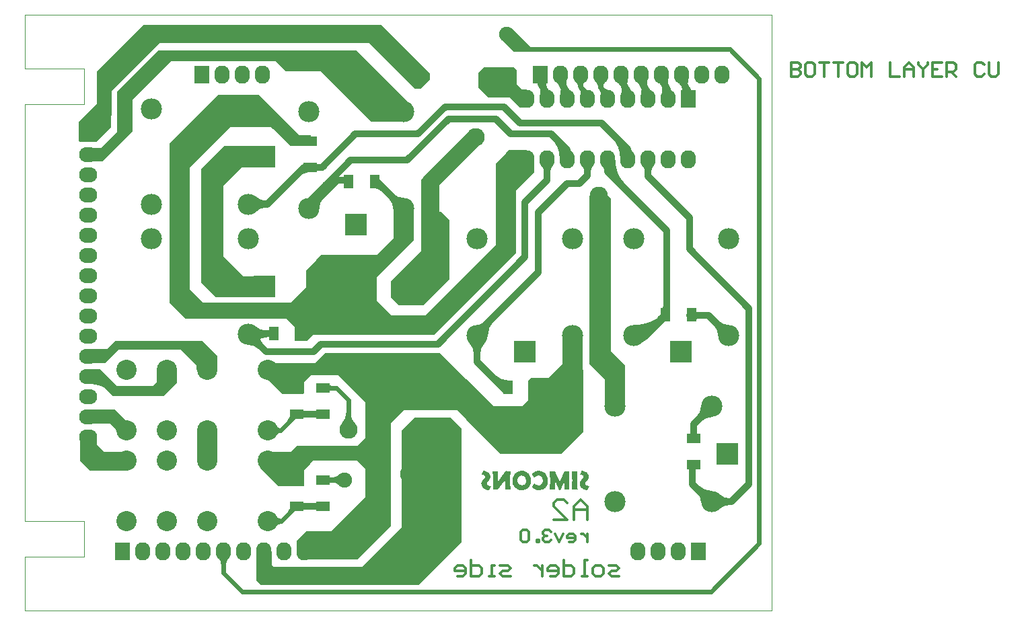
<source format=gbl>
%FSLAX25Y25*%
%MOIN*%
G70*
G01*
G75*
G04 Layer_Physical_Order=2*
G04 Layer_Color=16711680*
%ADD10C,0.03200*%
%ADD11C,0.02400*%
%ADD12R,0.06693X0.06693*%
%ADD13R,0.06693X0.06693*%
%ADD14C,0.00400*%
%ADD15C,0.01200*%
%ADD16R,0.07500X0.09000*%
%ADD17O,0.07500X0.09000*%
%ADD18O,0.07500X0.09000*%
%ADD19R,0.07500X0.09000*%
%ADD20O,0.09000X0.07500*%
%ADD21R,0.09000X0.07500*%
%ADD22R,0.10500X0.10500*%
%ADD23C,0.10500*%
%ADD24R,0.10500X0.10500*%
%ADD25C,0.10000*%
%ADD26C,0.09000*%
%ADD27C,0.07500*%
%ADD28C,0.06000*%
%ADD29C,0.04000*%
%ADD30R,0.06693X0.05118*%
%ADD31R,0.05118X0.06693*%
%ADD32C,0.01400*%
G36*
X610000Y484000D02*
Y478000D01*
Y427500D01*
X603500Y421000D01*
X589000Y406500D01*
X510500D01*
X510000Y407000D01*
X508500Y408500D01*
Y423000D01*
X516000D01*
Y416500D01*
X517000Y415500D01*
X561000D01*
X580500Y435000D01*
Y469500D01*
Y483000D01*
X585500Y488000D01*
X587000Y489500D01*
X604500D01*
X610000Y484000D01*
D02*
G37*
G36*
X667456Y462806D02*
X667500Y462762D01*
X667515Y462718D01*
Y462689D01*
Y462557D01*
Y462396D01*
X667500Y462074D01*
Y461723D01*
X667485Y461386D01*
Y461079D01*
Y460947D01*
X667471Y460830D01*
Y460727D01*
Y460654D01*
Y460610D01*
Y460595D01*
X667456Y460347D01*
Y460112D01*
Y459893D01*
X667442Y459688D01*
Y459497D01*
Y459322D01*
Y459161D01*
X667427Y459029D01*
Y458912D01*
Y458795D01*
Y458707D01*
Y458634D01*
Y458575D01*
Y458531D01*
Y458517D01*
Y458502D01*
Y458326D01*
Y458121D01*
X667442Y457872D01*
Y457609D01*
X667456Y457331D01*
Y457038D01*
X667485Y456467D01*
X667500Y456174D01*
Y455911D01*
X667515Y455676D01*
X667529Y455457D01*
Y455281D01*
X667544Y455149D01*
Y455061D01*
Y455047D01*
Y455032D01*
X667559Y454813D01*
Y454622D01*
X667573Y454461D01*
Y454329D01*
X667588Y454212D01*
Y454125D01*
Y454051D01*
Y453993D01*
X667603Y453920D01*
Y453890D01*
X667588Y453832D01*
X667573Y453788D01*
X667515Y453729D01*
X667456Y453715D01*
X667427Y453700D01*
X667368Y453685D01*
X667295D01*
X667119Y453671D01*
X666929Y453656D01*
X666724D01*
X666519Y453641D01*
X665963D01*
X665743Y453656D01*
X665553D01*
X665377Y453671D01*
X665260Y453685D01*
X665158D01*
X665099Y453700D01*
X664982D01*
X664938Y453715D01*
X664909D01*
X664880Y453759D01*
X664850Y453802D01*
Y453861D01*
Y453876D01*
Y454037D01*
Y454198D01*
Y454564D01*
X664865Y454944D01*
Y455325D01*
X664880Y455501D01*
Y455662D01*
Y455808D01*
Y455940D01*
X664894Y456042D01*
Y456116D01*
Y456174D01*
Y456189D01*
Y456467D01*
X664909Y456731D01*
Y456979D01*
Y457199D01*
Y457419D01*
Y457609D01*
X664923Y457770D01*
Y457931D01*
Y458063D01*
Y458180D01*
Y458282D01*
Y458356D01*
Y458429D01*
Y458473D01*
Y458487D01*
Y458502D01*
Y458648D01*
Y458795D01*
X664909Y459131D01*
X664894Y459468D01*
X664880Y459820D01*
Y460112D01*
X664865Y460259D01*
Y460361D01*
X664850Y460464D01*
Y460537D01*
Y460581D01*
Y460595D01*
X664836Y460844D01*
X664821Y461093D01*
Y461313D01*
X664806Y461518D01*
Y461708D01*
X664792Y461869D01*
Y462030D01*
Y462177D01*
X664777Y462294D01*
Y462396D01*
Y462484D01*
Y462557D01*
Y462616D01*
Y462660D01*
Y462674D01*
Y462689D01*
X664792Y462733D01*
X664806Y462777D01*
X664865Y462821D01*
X664938Y462835D01*
X665348D01*
X665436Y462821D01*
X665699D01*
X665831Y462806D01*
X666329D01*
X666534Y462821D01*
X666915D01*
X667032Y462835D01*
X667368D01*
X667456Y462806D01*
D02*
G37*
G36*
X429500Y476000D02*
X433000Y472500D01*
X444000D01*
Y463000D01*
X426000D01*
X423500Y465500D01*
X421000Y468000D01*
Y479500D01*
Y480000D01*
X429500D01*
Y476000D01*
D02*
G37*
G36*
X446500Y485500D02*
X443000Y482000D01*
X440000D01*
Y482500D01*
X438500Y484000D01*
X436000Y486500D01*
X425000D01*
Y493500D01*
X438500D01*
X446500Y485500D01*
D02*
G37*
G36*
X489000Y482500D02*
Y467500D01*
X481000D01*
X480000Y466500D01*
X479000Y467500D01*
Y483000D01*
X488500D01*
X489000Y482500D01*
D02*
G37*
G36*
X632232Y462967D02*
X632408Y462953D01*
X632481Y462938D01*
X632540D01*
X632584Y462923D01*
X632598D01*
X632730Y462894D01*
X632833Y462879D01*
X632920Y462865D01*
X632994Y462850D01*
X633052D01*
X633081Y462835D01*
X633111D01*
X633301Y462821D01*
X633477Y462806D01*
X633638D01*
X633770Y462791D01*
X634121D01*
X634179Y462762D01*
X634223Y462747D01*
X634253Y462718D01*
X634282Y462674D01*
Y462645D01*
Y462499D01*
Y462338D01*
X634267Y461986D01*
Y461606D01*
X634253Y461240D01*
Y461079D01*
X634238Y460918D01*
Y460771D01*
Y460654D01*
X634223Y460552D01*
Y460478D01*
Y460420D01*
Y460405D01*
X634209Y460127D01*
Y459878D01*
X634194Y459644D01*
Y459424D01*
X634179Y459219D01*
Y459029D01*
Y458868D01*
X634165Y458721D01*
Y458590D01*
Y458473D01*
Y458370D01*
Y458297D01*
Y458238D01*
Y458180D01*
Y458165D01*
Y458151D01*
Y458004D01*
Y457858D01*
X634179Y457521D01*
X634194Y457170D01*
Y456818D01*
X634209Y456511D01*
X634223Y456364D01*
Y456247D01*
X634238Y456145D01*
Y456072D01*
Y456028D01*
Y456013D01*
X634253Y455750D01*
Y455515D01*
X634267Y455296D01*
Y455076D01*
X634282Y454886D01*
Y454725D01*
Y454564D01*
Y454417D01*
X634297Y454300D01*
Y454183D01*
Y454095D01*
Y454022D01*
Y453964D01*
Y453920D01*
Y453905D01*
Y453890D01*
X634282Y453832D01*
X634267Y453788D01*
X634209Y453729D01*
X634150Y453700D01*
X631866D01*
X631808Y453715D01*
X631749Y453729D01*
X631705Y453817D01*
X631676Y453890D01*
Y453905D01*
Y453920D01*
Y454066D01*
Y454242D01*
Y454593D01*
X631691Y454974D01*
Y455340D01*
X631705Y455515D01*
Y455676D01*
Y455823D01*
Y455940D01*
X631720Y456042D01*
Y456130D01*
Y456174D01*
Y456189D01*
Y456467D01*
X631735Y456716D01*
Y456965D01*
X631749Y457184D01*
Y457389D01*
Y457565D01*
Y457741D01*
X631764Y457887D01*
Y458019D01*
Y458136D01*
Y458238D01*
Y458312D01*
Y458385D01*
Y458429D01*
Y458443D01*
Y458458D01*
X631749Y458531D01*
X631735Y458575D01*
X631720Y458590D01*
Y458604D01*
X631676Y458575D01*
X631647Y458546D01*
X631617Y458531D01*
X631295Y458121D01*
X631017Y457755D01*
X630783Y457448D01*
X630578Y457199D01*
X630432Y456994D01*
X630329Y456862D01*
X630256Y456774D01*
X630241Y456745D01*
X629949Y456350D01*
X629685Y455999D01*
X629436Y455676D01*
X629216Y455384D01*
X629026Y455120D01*
X628851Y454901D01*
X628704Y454696D01*
X628572Y454520D01*
X628455Y454373D01*
X628367Y454242D01*
X628294Y454154D01*
X628236Y454066D01*
X628192Y454007D01*
X628162Y453964D01*
X628133Y453949D01*
Y453934D01*
X628075Y453861D01*
X628016Y453817D01*
X627928Y453759D01*
X627870Y453729D01*
X627694D01*
X627533Y453715D01*
X627460D01*
X627401Y453700D01*
X627225D01*
X627123Y453685D01*
X626684D01*
X626537Y453700D01*
X625879D01*
X625820Y453715D01*
X625761Y453729D01*
X625717Y453788D01*
X625688Y453846D01*
Y453876D01*
Y458165D01*
Y458312D01*
Y458473D01*
X625674Y458824D01*
Y459205D01*
X625659Y459571D01*
Y459732D01*
X625644Y459893D01*
Y460039D01*
Y460156D01*
X625630Y460259D01*
Y460347D01*
Y460391D01*
Y460405D01*
X625615Y460683D01*
Y460932D01*
X625600Y461166D01*
Y461386D01*
X625586Y461591D01*
Y461767D01*
Y461942D01*
X625571Y462089D01*
Y462220D01*
Y462338D01*
Y462425D01*
Y462499D01*
Y462572D01*
Y462616D01*
Y462630D01*
Y462645D01*
Y462718D01*
X625586Y462762D01*
X625630Y462821D01*
X625688Y462850D01*
X626040D01*
X626245Y462835D01*
X626611D01*
X626742Y462821D01*
X626874D01*
X627152Y462806D01*
X627591D01*
X627752Y462791D01*
X628045D01*
X628089Y462777D01*
X628119Y462747D01*
X628162Y462674D01*
X628177Y462586D01*
Y462557D01*
Y462543D01*
Y462411D01*
Y462250D01*
X628162Y461928D01*
X628148Y461591D01*
X628133Y461254D01*
Y460947D01*
X628119Y460815D01*
Y460698D01*
X628104Y460610D01*
Y460537D01*
Y460493D01*
Y460478D01*
X628089Y460229D01*
X628075Y459995D01*
Y459776D01*
X628060Y459571D01*
Y459395D01*
X628045Y459219D01*
Y459073D01*
Y458926D01*
X628031Y458809D01*
Y458707D01*
Y458619D01*
Y458546D01*
Y458487D01*
Y458443D01*
Y458429D01*
Y458414D01*
Y458253D01*
X628045Y458121D01*
X628060Y458033D01*
X628075Y457975D01*
X628089Y457946D01*
X628104Y457931D01*
X628119Y457916D01*
X628162Y457931D01*
X628206Y457946D01*
X628294Y458019D01*
X628367Y458077D01*
X628382Y458092D01*
X628397Y458107D01*
X628631Y458414D01*
X628836Y458678D01*
X629011Y458912D01*
X629143Y459102D01*
X629260Y459234D01*
X629334Y459336D01*
X629378Y459410D01*
X629392Y459424D01*
X631837Y462747D01*
X631896Y462821D01*
X631940Y462879D01*
X631983Y462923D01*
X632013Y462953D01*
X632057Y462982D01*
X632071D01*
X632232Y462967D01*
D02*
G37*
G36*
X669784Y463099D02*
X669799D01*
X670267Y463011D01*
X670692Y462879D01*
X671072Y462747D01*
X671233Y462674D01*
X671394Y462601D01*
X671526Y462528D01*
X671658Y462469D01*
X671760Y462411D01*
X671848Y462352D01*
X671921Y462308D01*
X671965Y462279D01*
X671995Y462264D01*
X672009Y462250D01*
X672199Y462103D01*
X672375Y461942D01*
X672522Y461781D01*
X672639Y461606D01*
X672756Y461445D01*
X672844Y461283D01*
X672917Y461123D01*
X672975Y460961D01*
X673049Y460698D01*
X673078Y460566D01*
X673093Y460478D01*
Y460391D01*
X673107Y460332D01*
Y460288D01*
Y460273D01*
X673093Y459981D01*
X673034Y459688D01*
X672961Y459439D01*
X672888Y459219D01*
X672800Y459044D01*
X672741Y458897D01*
X672683Y458809D01*
X672668Y458795D01*
Y458780D01*
X672653Y458751D01*
X672609Y458707D01*
X672507Y458575D01*
X672375Y458414D01*
X672229Y458238D01*
X672082Y458077D01*
X671951Y457931D01*
X671907Y457872D01*
X671863Y457829D01*
X671848Y457799D01*
X671834Y457785D01*
X671687Y457594D01*
X671570Y457419D01*
X671497Y457258D01*
X671438Y457126D01*
X671409Y457009D01*
X671380Y456921D01*
Y456862D01*
Y456848D01*
Y456731D01*
X671409Y456613D01*
X671482Y456408D01*
X671599Y456247D01*
X671716Y456101D01*
X671848Y455999D01*
X671965Y455911D01*
X672039Y455867D01*
X672053Y455852D01*
X672068D01*
X672126Y455823D01*
X672199Y455794D01*
X672390Y455720D01*
X672595Y455662D01*
X672800Y455603D01*
X672990Y455559D01*
X673151Y455515D01*
X673224Y455501D01*
X673268D01*
X673298Y455486D01*
X673312D01*
X673356Y455457D01*
X673385Y455428D01*
X673400Y455413D01*
Y455398D01*
Y455354D01*
X673371Y455296D01*
X673312Y455135D01*
X673239Y454959D01*
X673137Y454754D01*
X673049Y454578D01*
X672961Y454417D01*
X672931Y454359D01*
X672902Y454315D01*
X672888Y454286D01*
Y454271D01*
X672800Y454110D01*
X672712Y453978D01*
X672639Y453846D01*
X672566Y453744D01*
X672507Y453656D01*
X672448Y453583D01*
X672361Y453480D01*
X672302Y453407D01*
X672258Y453378D01*
X672229Y453363D01*
X672170Y453378D01*
X672141D01*
X671629Y453495D01*
X671175Y453641D01*
X670970Y453729D01*
X670779Y453817D01*
X670589Y453905D01*
X670428Y453993D01*
X670282Y454066D01*
X670150Y454154D01*
X670033Y454227D01*
X669945Y454286D01*
X669872Y454344D01*
X669813Y454388D01*
X669784Y454403D01*
X669769Y454417D01*
X669564Y454593D01*
X669403Y454783D01*
X669242Y454974D01*
X669110Y455179D01*
X669008Y455369D01*
X668920Y455559D01*
X668847Y455735D01*
X668788Y455911D01*
X668730Y456072D01*
X668701Y456218D01*
X668671Y456350D01*
X668657Y456467D01*
X668642Y456555D01*
Y456628D01*
Y456672D01*
Y456687D01*
X668657Y456950D01*
X668715Y457214D01*
X668788Y457463D01*
X668876Y457667D01*
X668964Y457858D01*
X669037Y458004D01*
X669067Y458048D01*
X669096Y458092D01*
X669110Y458107D01*
Y458121D01*
X669125Y458136D01*
X669154Y458180D01*
X669213Y458238D01*
X669257Y458312D01*
X669403Y458487D01*
X669564Y458678D01*
X669711Y458868D01*
X669842Y459044D01*
X669901Y459102D01*
X669945Y459161D01*
X669960Y459190D01*
X669974Y459205D01*
X670135Y459410D01*
X670238Y459600D01*
X670326Y459776D01*
X670384Y459922D01*
X670413Y460024D01*
X670428Y460112D01*
X670443Y460171D01*
Y460185D01*
X670428Y460347D01*
X670384Y460478D01*
X670311Y460610D01*
X670238Y460698D01*
X670165Y460771D01*
X670091Y460830D01*
X670047Y460859D01*
X670033Y460874D01*
X669901Y460947D01*
X669755Y461005D01*
X669608Y461035D01*
X669477Y461064D01*
X669374Y461079D01*
X669272Y461093D01*
X669081D01*
X669037Y461079D01*
X669023D01*
X668935Y461064D01*
X668847D01*
X668774Y461079D01*
X668730Y461123D01*
X668715Y461152D01*
Y461166D01*
X668730Y461210D01*
X668745Y461240D01*
X668847Y461459D01*
X668949Y461664D01*
X669037Y461855D01*
X669125Y462030D01*
X669198Y462177D01*
X669257Y462323D01*
X669315Y462455D01*
X669359Y462557D01*
X669433Y462733D01*
X669491Y462865D01*
X669506Y462923D01*
X669520Y462953D01*
X669550Y463011D01*
X669564Y463040D01*
X669623Y463099D01*
X669667Y463113D01*
X669755D01*
X669784Y463099D01*
D02*
G37*
G36*
X621047D02*
X621062D01*
X621530Y463011D01*
X621955Y462879D01*
X622336Y462747D01*
X622497Y462674D01*
X622658Y462601D01*
X622789Y462528D01*
X622921Y462469D01*
X623024Y462411D01*
X623112Y462352D01*
X623185Y462308D01*
X623229Y462279D01*
X623258Y462264D01*
X623273Y462250D01*
X623463Y462103D01*
X623639Y461942D01*
X623785Y461781D01*
X623902Y461606D01*
X624019Y461445D01*
X624107Y461283D01*
X624180Y461123D01*
X624239Y460961D01*
X624312Y460698D01*
X624341Y460566D01*
X624356Y460478D01*
Y460391D01*
X624371Y460332D01*
Y460288D01*
Y460273D01*
X624356Y459981D01*
X624297Y459688D01*
X624224Y459439D01*
X624151Y459219D01*
X624063Y459044D01*
X624005Y458897D01*
X623946Y458809D01*
X623931Y458795D01*
Y458780D01*
X623917Y458751D01*
X623873Y458707D01*
X623770Y458575D01*
X623639Y458414D01*
X623492Y458238D01*
X623346Y458077D01*
X623214Y457931D01*
X623170Y457872D01*
X623126Y457829D01*
X623112Y457799D01*
X623097Y457785D01*
X622951Y457594D01*
X622833Y457419D01*
X622760Y457258D01*
X622702Y457126D01*
X622672Y457009D01*
X622643Y456921D01*
Y456862D01*
Y456848D01*
Y456731D01*
X622672Y456613D01*
X622746Y456408D01*
X622863Y456247D01*
X622980Y456101D01*
X623112Y455999D01*
X623229Y455911D01*
X623302Y455867D01*
X623317Y455852D01*
X623331D01*
X623390Y455823D01*
X623463Y455794D01*
X623653Y455720D01*
X623858Y455662D01*
X624063Y455603D01*
X624254Y455559D01*
X624415Y455515D01*
X624488Y455501D01*
X624532D01*
X624561Y455486D01*
X624576D01*
X624619Y455457D01*
X624649Y455428D01*
X624663Y455413D01*
Y455398D01*
Y455354D01*
X624634Y455296D01*
X624576Y455135D01*
X624502Y454959D01*
X624400Y454754D01*
X624312Y454578D01*
X624224Y454417D01*
X624195Y454359D01*
X624166Y454315D01*
X624151Y454286D01*
Y454271D01*
X624063Y454110D01*
X623975Y453978D01*
X623902Y453846D01*
X623829Y453744D01*
X623770Y453656D01*
X623712Y453583D01*
X623624Y453480D01*
X623565Y453407D01*
X623522Y453378D01*
X623492Y453363D01*
X623434Y453378D01*
X623404D01*
X622892Y453495D01*
X622438Y453641D01*
X622233Y453729D01*
X622043Y453817D01*
X621853Y453905D01*
X621692Y453993D01*
X621545Y454066D01*
X621413Y454154D01*
X621296Y454227D01*
X621208Y454286D01*
X621135Y454344D01*
X621077Y454388D01*
X621047Y454403D01*
X621033Y454417D01*
X620828Y454593D01*
X620667Y454783D01*
X620506Y454974D01*
X620374Y455179D01*
X620271Y455369D01*
X620184Y455559D01*
X620110Y455735D01*
X620052Y455911D01*
X619993Y456072D01*
X619964Y456218D01*
X619935Y456350D01*
X619920Y456467D01*
X619905Y456555D01*
Y456628D01*
Y456672D01*
Y456687D01*
X619920Y456950D01*
X619979Y457214D01*
X620052Y457463D01*
X620140Y457667D01*
X620227Y457858D01*
X620301Y458004D01*
X620330Y458048D01*
X620359Y458092D01*
X620374Y458107D01*
Y458121D01*
X620389Y458136D01*
X620418Y458180D01*
X620476Y458238D01*
X620520Y458312D01*
X620667Y458487D01*
X620828Y458678D01*
X620974Y458868D01*
X621106Y459044D01*
X621165Y459102D01*
X621208Y459161D01*
X621223Y459190D01*
X621238Y459205D01*
X621399Y459410D01*
X621501Y459600D01*
X621589Y459776D01*
X621648Y459922D01*
X621677Y460024D01*
X621692Y460112D01*
X621706Y460171D01*
Y460185D01*
X621692Y460347D01*
X621648Y460478D01*
X621574Y460610D01*
X621501Y460698D01*
X621428Y460771D01*
X621355Y460830D01*
X621311Y460859D01*
X621296Y460874D01*
X621165Y460947D01*
X621018Y461005D01*
X620872Y461035D01*
X620740Y461064D01*
X620637Y461079D01*
X620535Y461093D01*
X620345D01*
X620301Y461079D01*
X620286D01*
X620198Y461064D01*
X620110D01*
X620037Y461079D01*
X619993Y461123D01*
X619979Y461152D01*
Y461166D01*
X619993Y461210D01*
X620008Y461240D01*
X620110Y461459D01*
X620213Y461664D01*
X620301Y461855D01*
X620389Y462030D01*
X620462Y462177D01*
X620520Y462323D01*
X620579Y462455D01*
X620623Y462557D01*
X620696Y462733D01*
X620755Y462865D01*
X620769Y462923D01*
X620784Y462953D01*
X620813Y463011D01*
X620828Y463040D01*
X620886Y463099D01*
X620930Y463113D01*
X621018D01*
X621047Y463099D01*
D02*
G37*
G36*
X640284Y463070D02*
X640636Y463026D01*
X640972Y462953D01*
X641294Y462865D01*
X641587Y462762D01*
X641865Y462630D01*
X642114Y462513D01*
X642349Y462382D01*
X642554Y462235D01*
X642729Y462118D01*
X642890Y462001D01*
X643022Y461884D01*
X643124Y461796D01*
X643198Y461723D01*
X643242Y461679D01*
X643256Y461664D01*
X643491Y461401D01*
X643681Y461123D01*
X643856Y460844D01*
X644003Y460552D01*
X644135Y460259D01*
X644237Y459981D01*
X644325Y459702D01*
X644398Y459439D01*
X644457Y459190D01*
X644486Y458970D01*
X644515Y458765D01*
X644545Y458590D01*
Y458443D01*
X644559Y458341D01*
Y458282D01*
Y458253D01*
X644545Y457887D01*
X644501Y457521D01*
X644442Y457184D01*
X644354Y456877D01*
X644252Y456569D01*
X644149Y456291D01*
X644032Y456042D01*
X643900Y455808D01*
X643783Y455589D01*
X643666Y455413D01*
X643564Y455252D01*
X643461Y455120D01*
X643373Y455018D01*
X643315Y454930D01*
X643271Y454886D01*
X643256Y454871D01*
X643007Y454622D01*
X642729Y454403D01*
X642466Y454227D01*
X642173Y454066D01*
X641895Y453920D01*
X641617Y453802D01*
X641353Y453715D01*
X641089Y453641D01*
X640855Y453583D01*
X640621Y453539D01*
X640431Y453510D01*
X640255Y453495D01*
X640109Y453480D01*
X640006Y453466D01*
X639918D01*
X639552Y453480D01*
X639201Y453524D01*
X638864Y453597D01*
X638542Y453685D01*
X638249Y453788D01*
X637971Y453905D01*
X637722Y454037D01*
X637488Y454169D01*
X637283Y454286D01*
X637093Y454417D01*
X636932Y454534D01*
X636800Y454637D01*
X636697Y454725D01*
X636624Y454798D01*
X636580Y454842D01*
X636566Y454857D01*
X636332Y455120D01*
X636141Y455398D01*
X635965Y455676D01*
X635819Y455969D01*
X635687Y456247D01*
X635585Y456540D01*
X635497Y456804D01*
X635424Y457067D01*
X635365Y457316D01*
X635336Y457536D01*
X635307Y457741D01*
X635277Y457916D01*
Y458063D01*
X635263Y458165D01*
Y458224D01*
Y458253D01*
X635277Y458619D01*
X635321Y458985D01*
X635380Y459322D01*
X635468Y459644D01*
X635570Y459937D01*
X635673Y460215D01*
X635805Y460478D01*
X635922Y460713D01*
X636039Y460932D01*
X636156Y461123D01*
X636273Y461283D01*
X636375Y461415D01*
X636463Y461518D01*
X636522Y461606D01*
X636566Y461650D01*
X636580Y461664D01*
X636844Y461913D01*
X637107Y462133D01*
X637386Y462323D01*
X637664Y462484D01*
X637942Y462630D01*
X638220Y462733D01*
X638484Y462835D01*
X638747Y462909D01*
X638996Y462967D01*
X639216Y463011D01*
X639406Y463040D01*
X639582Y463070D01*
X639728D01*
X639830Y463084D01*
X639918D01*
X640284Y463070D01*
D02*
G37*
G36*
X648834Y463040D02*
X649185Y462996D01*
X649493Y462923D01*
X649800Y462835D01*
X650078Y462718D01*
X650342Y462601D01*
X650591Y462469D01*
X650810Y462338D01*
X651001Y462191D01*
X651177Y462059D01*
X651323Y461942D01*
X651455Y461840D01*
X651543Y461737D01*
X651616Y461664D01*
X651660Y461620D01*
X651674Y461606D01*
X651879Y461342D01*
X652070Y461064D01*
X652231Y460786D01*
X652362Y460493D01*
X652479Y460215D01*
X652582Y459937D01*
X652655Y459658D01*
X652728Y459395D01*
X652772Y459161D01*
X652816Y458941D01*
X652831Y458736D01*
X652860Y458575D01*
Y458429D01*
X652875Y458326D01*
Y458268D01*
Y458238D01*
X652860Y457858D01*
X652816Y457506D01*
X652758Y457170D01*
X652684Y456848D01*
X652597Y456540D01*
X652494Y456262D01*
X652377Y456013D01*
X652260Y455779D01*
X652157Y455559D01*
X652040Y455384D01*
X651938Y455223D01*
X651850Y455091D01*
X651777Y454974D01*
X651718Y454901D01*
X651674Y454857D01*
X651660Y454842D01*
X651411Y454593D01*
X651147Y454388D01*
X650884Y454198D01*
X650605Y454051D01*
X650327Y453920D01*
X650064Y453802D01*
X649786Y453715D01*
X649537Y453641D01*
X649288Y453583D01*
X649068Y453539D01*
X648878Y453510D01*
X648702Y453495D01*
X648556Y453480D01*
X648453Y453466D01*
X648366D01*
X648000Y453480D01*
X647663Y453524D01*
X647341Y453597D01*
X647033Y453685D01*
X646755Y453802D01*
X646492Y453920D01*
X646257Y454037D01*
X646038Y454183D01*
X645848Y454315D01*
X645672Y454432D01*
X645525Y454564D01*
X645408Y454666D01*
X645306Y454754D01*
X645247Y454827D01*
X645203Y454871D01*
X645189Y454886D01*
X645101Y455003D01*
X645057Y455091D01*
X645042Y455149D01*
Y455164D01*
Y455179D01*
X645057Y455223D01*
X645116Y455325D01*
X645189Y455442D01*
X645277Y455589D01*
X645379Y455720D01*
X645452Y455837D01*
X645511Y455925D01*
X645525Y455940D01*
Y455955D01*
X645686Y456189D01*
X645818Y456379D01*
X645906Y456526D01*
X645979Y456628D01*
X646038Y456701D01*
X646067Y456745D01*
X646096Y456774D01*
X646140Y456818D01*
X646184Y456833D01*
X646213Y456848D01*
X646228D01*
X646243Y456833D01*
X646287Y456804D01*
X646404Y456731D01*
X646506Y456643D01*
X646536Y456613D01*
X646550Y456599D01*
X646799Y456408D01*
X646916Y456321D01*
X647019Y456262D01*
X647092Y456203D01*
X647165Y456159D01*
X647209Y456145D01*
X647224Y456130D01*
X647414Y456057D01*
X647604Y455999D01*
X647780Y455955D01*
X647941Y455925D01*
X648087Y455911D01*
X648190Y455896D01*
X648292D01*
X648468Y455911D01*
X648629Y455925D01*
X648937Y456013D01*
X649185Y456130D01*
X649405Y456262D01*
X649581Y456394D01*
X649713Y456496D01*
X649786Y456584D01*
X649815Y456599D01*
Y456613D01*
X649991Y456877D01*
X650108Y457155D01*
X650196Y457433D01*
X650269Y457697D01*
X650298Y457931D01*
X650313Y458033D01*
Y458121D01*
X650327Y458180D01*
Y458238D01*
Y458268D01*
Y458282D01*
X650298Y458634D01*
X650240Y458956D01*
X650166Y459234D01*
X650064Y459468D01*
X649976Y459658D01*
X649888Y459805D01*
X649830Y459893D01*
X649815Y459922D01*
X649698Y460054D01*
X649581Y460171D01*
X649449Y460259D01*
X649332Y460347D01*
X649068Y460478D01*
X648819Y460566D01*
X648615Y460610D01*
X648439Y460639D01*
X648366Y460654D01*
X648278D01*
X648073Y460639D01*
X647883Y460610D01*
X647692Y460566D01*
X647531Y460522D01*
X647399Y460478D01*
X647297Y460434D01*
X647238Y460405D01*
X647209Y460391D01*
X646960Y460244D01*
X646843Y460156D01*
X646741Y460083D01*
X646653Y460010D01*
X646580Y459966D01*
X646536Y459922D01*
X646521Y459907D01*
X646419Y459820D01*
X646345Y459761D01*
X646287Y459702D01*
X646243Y459673D01*
X646213Y459644D01*
X646199D01*
X646140Y459658D01*
X646111Y459673D01*
X646082Y459688D01*
X646067Y459702D01*
X646038Y459732D01*
X646009Y459761D01*
X645921Y459878D01*
X645833Y460024D01*
X645730Y460171D01*
X645643Y460332D01*
X645569Y460464D01*
X645511Y460552D01*
X645496Y460566D01*
Y460581D01*
X645423Y460727D01*
X645350Y460844D01*
X645233Y461064D01*
X645159Y461225D01*
X645101Y461342D01*
X645072Y461415D01*
X645042Y461474D01*
Y461503D01*
X645057Y461591D01*
X645101Y461664D01*
X645159Y461723D01*
X645174Y461752D01*
X645408Y461986D01*
X645657Y462177D01*
X645921Y462352D01*
X646199Y462499D01*
X646477Y462630D01*
X646755Y462733D01*
X647019Y462821D01*
X647282Y462894D01*
X647531Y462953D01*
X647751Y462982D01*
X647956Y463011D01*
X648131Y463040D01*
X648278D01*
X648395Y463055D01*
X648483D01*
X648834Y463040D01*
D02*
G37*
G36*
X654353Y462894D02*
X654427D01*
X654485Y462879D01*
X654544D01*
X654661Y462865D01*
X654851D01*
X654924Y462850D01*
X655232D01*
X655407Y462865D01*
X655627D01*
X655759Y462879D01*
X655876D01*
X655978Y462894D01*
X656198D01*
X656242Y462879D01*
X656286Y462850D01*
X656374Y462762D01*
X656432Y462674D01*
X656447Y462645D01*
Y462630D01*
X656681Y462133D01*
X656901Y461664D01*
X657106Y461225D01*
X657296Y460815D01*
X657472Y460449D01*
X657633Y460112D01*
X657779Y459805D01*
X657896Y459527D01*
X658013Y459293D01*
X658116Y459073D01*
X658204Y458897D01*
X658277Y458765D01*
X658321Y458648D01*
X658365Y458561D01*
X658379Y458517D01*
X658394Y458502D01*
X658467Y458341D01*
X658540Y458209D01*
X658599Y458121D01*
X658628Y458063D01*
X658672Y458033D01*
X658687Y458019D01*
X658701Y458004D01*
X658760Y458019D01*
X658804Y458077D01*
X658862Y458136D01*
X658921Y458224D01*
X658965Y458297D01*
X659009Y458370D01*
X659024Y458414D01*
X659038Y458429D01*
X660941Y462616D01*
X660985Y462704D01*
X661029Y462777D01*
X661059Y462821D01*
X661088Y462865D01*
X661117Y462894D01*
X661454D01*
X661629Y462879D01*
X661966D01*
X662098Y462865D01*
X662464D01*
X662683Y462850D01*
X663372D01*
X663445Y462835D01*
X663489Y462806D01*
X663518Y462791D01*
X663547Y462733D01*
Y462718D01*
Y462601D01*
X663533Y462220D01*
X663518Y461898D01*
X663503Y461620D01*
X663489Y461401D01*
Y461225D01*
Y461093D01*
Y461020D01*
Y460991D01*
X663474Y460610D01*
X663459Y460273D01*
Y459951D01*
X663445Y459673D01*
Y459410D01*
X663430Y459175D01*
Y458970D01*
Y458795D01*
X663415Y458634D01*
Y458502D01*
Y458385D01*
Y458297D01*
Y458238D01*
Y458194D01*
Y458165D01*
Y458151D01*
Y458004D01*
Y457858D01*
X663430Y457521D01*
X663445Y457170D01*
Y456818D01*
X663459Y456511D01*
X663474Y456364D01*
Y456247D01*
X663489Y456145D01*
Y456072D01*
Y456028D01*
Y456013D01*
X663503Y455750D01*
Y455515D01*
X663518Y455296D01*
Y455076D01*
X663533Y454886D01*
Y454710D01*
Y454549D01*
Y454417D01*
X663547Y454286D01*
Y454183D01*
Y454081D01*
Y454007D01*
Y453949D01*
Y453905D01*
Y453890D01*
Y453876D01*
Y453817D01*
X663533Y453759D01*
Y453744D01*
Y453729D01*
X663489Y453715D01*
X663445Y453700D01*
X661205D01*
X661146Y453715D01*
X661088Y453729D01*
X661044Y453817D01*
X661015Y453890D01*
Y453905D01*
Y453920D01*
Y454051D01*
Y454183D01*
Y454491D01*
X661029Y454813D01*
Y455120D01*
Y455398D01*
X661044Y455530D01*
Y455632D01*
Y455720D01*
Y455779D01*
Y455823D01*
Y455837D01*
Y456072D01*
X661059Y456291D01*
Y456482D01*
Y456672D01*
Y456848D01*
Y456994D01*
X661073Y457140D01*
Y457272D01*
Y457375D01*
Y457477D01*
Y457550D01*
Y457623D01*
Y457667D01*
Y457711D01*
Y457741D01*
Y457829D01*
X661059Y457887D01*
Y457916D01*
Y457931D01*
X661015Y457887D01*
X661000Y457872D01*
Y457858D01*
X660941Y457726D01*
X660868Y457580D01*
X660722Y457258D01*
X660575Y456921D01*
X660429Y456584D01*
X660283Y456262D01*
X660224Y456130D01*
X660180Y456013D01*
X660136Y455911D01*
X660107Y455837D01*
X660078Y455794D01*
Y455779D01*
X659975Y455530D01*
X659873Y455296D01*
X659785Y455076D01*
X659697Y454871D01*
X659609Y454681D01*
X659536Y454520D01*
X659463Y454359D01*
X659404Y454227D01*
X659346Y454095D01*
X659302Y453993D01*
X659258Y453905D01*
X659214Y453832D01*
X659185Y453773D01*
X659170Y453729D01*
X659155Y453715D01*
Y453700D01*
X659111Y453656D01*
X659053Y453627D01*
X658921Y453597D01*
X658862Y453583D01*
X658482D01*
X658409Y453627D01*
X658365Y453671D01*
X658335Y453729D01*
X658321Y453744D01*
X658145Y454183D01*
X657969Y454593D01*
X657808Y454988D01*
X657662Y455340D01*
X657603Y455486D01*
X657545Y455632D01*
X657486Y455750D01*
X657442Y455852D01*
X657413Y455940D01*
X657384Y455999D01*
X657369Y456042D01*
Y456057D01*
X657223Y456408D01*
X657106Y456701D01*
X656989Y456965D01*
X656901Y457199D01*
X656813Y457389D01*
X656754Y457550D01*
X656696Y457682D01*
X656637Y457785D01*
X656608Y457872D01*
X656564Y457931D01*
X656549Y457975D01*
X656535Y458019D01*
X656505Y458048D01*
X656476Y458033D01*
X656461Y458019D01*
X656447Y457960D01*
X656432Y457887D01*
Y457872D01*
Y457858D01*
Y457726D01*
Y457580D01*
X656447Y457272D01*
Y456950D01*
X656461Y456628D01*
X656476Y456335D01*
Y456203D01*
Y456101D01*
X656491Y456013D01*
Y455940D01*
Y455896D01*
Y455881D01*
Y455647D01*
X656505Y455428D01*
Y455223D01*
X656520Y455032D01*
Y454857D01*
Y454696D01*
Y454549D01*
X656535Y454417D01*
Y454300D01*
Y454198D01*
Y454110D01*
Y454037D01*
Y453993D01*
Y453949D01*
Y453934D01*
Y453920D01*
X656520Y453846D01*
X656505Y453788D01*
X656476Y453759D01*
X656447Y453729D01*
X656388Y453700D01*
X654031D01*
X653973Y453715D01*
X653914Y453729D01*
X653870Y453802D01*
X653841Y453861D01*
Y453876D01*
Y453890D01*
Y454037D01*
Y454183D01*
X653856Y454520D01*
Y454871D01*
X653870Y455223D01*
X653885Y455530D01*
Y455662D01*
Y455779D01*
X653899Y455881D01*
Y455955D01*
Y455999D01*
Y456013D01*
X653914Y456277D01*
Y456511D01*
X653929Y456745D01*
Y456950D01*
X653943Y457140D01*
Y457316D01*
Y457477D01*
Y457623D01*
X653958Y457741D01*
Y457858D01*
Y457946D01*
Y458019D01*
Y458077D01*
Y458121D01*
Y458136D01*
Y458151D01*
Y458312D01*
Y458473D01*
X653943Y458839D01*
Y459219D01*
X653929Y459585D01*
Y459761D01*
X653914Y459922D01*
Y460068D01*
Y460200D01*
X653899Y460303D01*
Y460376D01*
Y460434D01*
Y460449D01*
X653885Y460727D01*
Y460991D01*
X653870Y461240D01*
Y461459D01*
X653856Y461664D01*
Y461855D01*
Y462030D01*
X653841Y462177D01*
Y462323D01*
Y462440D01*
Y462543D01*
Y462616D01*
Y462674D01*
Y462733D01*
Y462747D01*
Y462762D01*
X653856Y462806D01*
X653870Y462850D01*
X653943Y462894D01*
X654017Y462909D01*
X654192D01*
X654353Y462894D01*
D02*
G37*
G36*
X585000Y644500D02*
X581500Y636000D01*
X565500D01*
X562000Y639500D01*
X540500Y661000D01*
X523000D01*
X521000Y663000D01*
X518000Y666000D01*
X512712D01*
X512505Y666063D01*
X511339Y666178D01*
X510172Y666063D01*
X509966Y666000D01*
X502712D01*
X502505Y666063D01*
X501339Y666178D01*
X500172Y666063D01*
X499965Y666000D01*
X492712D01*
X492505Y666063D01*
X491339Y666178D01*
X490172Y666063D01*
X489965Y666000D01*
X487289D01*
Y666149D01*
X475389D01*
Y666000D01*
X466000D01*
X447000Y647000D01*
Y631500D01*
X446000Y630500D01*
X432000Y616500D01*
X425000D01*
Y623000D01*
X431500D01*
X439500Y631000D01*
Y638000D01*
Y651216D01*
X459784Y671500D01*
X558000D01*
X585000Y644500D01*
D02*
G37*
G36*
X516000Y643000D02*
X529500Y629500D01*
X535500D01*
Y624500D01*
X535000Y624000D01*
X525500D01*
X522000Y627500D01*
X516000Y633500D01*
X495500D01*
X490500Y628500D01*
X475500Y613500D01*
Y601500D01*
Y553000D01*
X482000Y546500D01*
X525500D01*
X526500Y547500D01*
X533000Y554000D01*
Y556500D01*
Y557500D01*
Y562500D01*
X538000Y567500D01*
X540500Y570000D01*
X568000D01*
X568500Y570500D01*
X576500Y578500D01*
Y593000D01*
X586500D01*
Y577500D01*
X575000Y566000D01*
X568000Y559000D01*
Y547500D01*
X574000Y541500D01*
X575500Y540000D01*
X592000D01*
X606500Y554500D01*
X627000Y575000D01*
Y590000D01*
Y615500D01*
X632000Y620500D01*
X633500Y622000D01*
X642500D01*
X646000Y617500D01*
Y611000D01*
X643000Y608000D01*
X637000Y602000D01*
Y588500D01*
Y571000D01*
X629000Y563000D01*
X596500Y530500D01*
X536500D01*
X535000Y529000D01*
X534000Y528000D01*
X533500Y527500D01*
X527500D01*
Y530000D01*
Y534500D01*
X526500Y535500D01*
X523500Y538500D01*
X473500D01*
X465500Y546500D01*
Y570500D01*
Y625500D01*
X487000Y647000D01*
X489500Y649500D01*
X509500D01*
X516000Y643000D01*
D02*
G37*
G36*
X637500Y661500D02*
Y658500D01*
Y654500D01*
X640000Y652000D01*
X642500D01*
Y643000D01*
X639000D01*
X634000Y648000D01*
X623500D01*
X618500Y653000D01*
Y658500D01*
Y660500D01*
X621000Y663000D01*
X636000D01*
X637500Y661500D01*
D02*
G37*
G36*
X644700Y672600D02*
X647600D01*
Y670800D01*
X635900D01*
X629700Y677000D01*
X635000Y682300D01*
X644700Y672600D01*
D02*
G37*
G36*
X590000Y664500D02*
X594500Y660000D01*
Y657000D01*
X590000Y652500D01*
X587000D01*
X585500Y654000D01*
X564500Y675000D01*
X460000D01*
X436500Y651500D01*
Y633500D01*
X429500Y626500D01*
X420500D01*
Y636000D01*
X423000Y638500D01*
X429500Y645000D01*
Y653500D01*
Y661000D01*
X440000Y671500D01*
X452500Y684000D01*
X570500D01*
X590000Y664500D01*
D02*
G37*
G36*
X517500Y613500D02*
X501000D01*
X492000Y604500D01*
Y585500D01*
Y569500D01*
X496000Y565500D01*
X502000Y559500D01*
X517500D01*
Y549000D01*
X488500D01*
X481000Y556500D01*
Y612500D01*
X492500Y624000D01*
X517500D01*
Y613500D01*
D02*
G37*
G36*
X469000Y513000D02*
Y506500D01*
X462500Y500000D01*
X437500D01*
X433500Y504000D01*
X431000Y506500D01*
X424500D01*
Y513500D01*
X431000D01*
X439500Y505000D01*
X457000D01*
X459000Y507000D01*
Y513000D01*
X468000D01*
X468500Y513500D01*
X469000Y513000D01*
D02*
G37*
G36*
X684000Y598000D02*
Y527500D01*
Y522500D01*
X688500Y518000D01*
X691000Y515500D01*
Y495000D01*
X681000D01*
Y508500D01*
X676500Y513000D01*
X673500Y516000D01*
Y599500D01*
X682500D01*
X684000Y598000D01*
D02*
G37*
G36*
X670000Y513500D02*
X670500Y513000D01*
Y493500D01*
Y482500D01*
X669000Y481000D01*
X659500Y471500D01*
X629500D01*
X612500Y488500D01*
X608000Y493000D01*
X581500D01*
X575000Y486500D01*
Y450000D01*
Y435500D01*
X565500Y426000D01*
X558500Y419000D01*
X532000D01*
X528500Y423000D01*
Y428500D01*
X530500Y430500D01*
X533000Y433000D01*
X545500D01*
X548000Y435500D01*
X562500Y450000D01*
Y452000D01*
Y464000D01*
X558500Y468000D01*
X536500D01*
X535000Y466500D01*
X532000Y463500D01*
Y455500D01*
X519500D01*
X510500Y464500D01*
Y469000D01*
X514000Y472500D01*
X525500D01*
X528500Y475500D01*
X558500D01*
X562500Y479500D01*
Y497000D01*
X557000Y502500D01*
X549000Y510500D01*
X535500D01*
X534500Y509500D01*
X532000Y507000D01*
Y501500D01*
X531500Y501000D01*
X521500D01*
X514000Y508500D01*
Y516347D01*
X514462Y516538D01*
X514500Y516500D01*
X537500D01*
X539000Y518000D01*
X542500Y521500D01*
X599500D01*
X612500Y508500D01*
X619000Y502000D01*
X626000Y495000D01*
X640000D01*
X643000Y498000D01*
Y503000D01*
Y507500D01*
X643500Y508000D01*
X644500Y509000D01*
X653000D01*
X655500Y511500D01*
X660000Y516000D01*
Y530000D01*
X670000D01*
Y513500D01*
D02*
G37*
G36*
X620500Y626000D02*
X599000Y604500D01*
Y591500D01*
X600000D01*
X600500Y591000D01*
X604000Y587500D01*
Y569500D01*
Y558000D01*
X591000Y545000D01*
X579000D01*
X578000Y546000D01*
X575000Y549000D01*
Y552000D01*
Y557000D01*
X590000Y572000D01*
Y590000D01*
Y607500D01*
X591000Y608500D01*
X614500Y632000D01*
X620500Y626000D01*
D02*
G37*
G36*
X485000Y524000D02*
X489000Y520000D01*
Y512500D01*
X479000D01*
Y515000D01*
X476500Y517500D01*
X471000Y523000D01*
X440000D01*
X438500Y521500D01*
X433500Y516500D01*
X425000D01*
Y523500D01*
X434500D01*
X435500Y524500D01*
X438500Y527500D01*
X481500D01*
X485000Y524000D01*
D02*
G37*
%LPC*%
G36*
X640006Y460654D02*
X639918D01*
X639743Y460639D01*
X639567Y460625D01*
X639259Y460537D01*
X638996Y460434D01*
X638762Y460303D01*
X638586Y460171D01*
X638454Y460054D01*
X638367Y459966D01*
X638337Y459951D01*
Y459937D01*
X638132Y459673D01*
X637986Y459380D01*
X637883Y459102D01*
X637810Y458839D01*
X637766Y458619D01*
X637752Y458517D01*
Y458429D01*
X637737Y458370D01*
Y458312D01*
Y458282D01*
Y458268D01*
X637766Y457931D01*
X637839Y457623D01*
X637927Y457345D01*
X638044Y457111D01*
X638162Y456921D01*
X638249Y456774D01*
X638293Y456716D01*
X638323Y456672D01*
X638337Y456657D01*
X638352Y456643D01*
X638469Y456511D01*
X638601Y456408D01*
X638732Y456306D01*
X638864Y456218D01*
X639128Y456086D01*
X639377Y455999D01*
X639596Y455955D01*
X639757Y455925D01*
X639830Y455911D01*
X639918D01*
X640094Y455925D01*
X640270Y455940D01*
X640577Y456013D01*
X640855Y456130D01*
X641089Y456262D01*
X641265Y456379D01*
X641397Y456496D01*
X641485Y456569D01*
X641499Y456599D01*
X641514D01*
X641704Y456862D01*
X641851Y457140D01*
X641939Y457419D01*
X642012Y457667D01*
X642056Y457902D01*
X642070Y458004D01*
Y458092D01*
X642085Y458151D01*
Y458209D01*
Y458238D01*
Y458253D01*
X642056Y458590D01*
X641983Y458912D01*
X641895Y459190D01*
X641778Y459439D01*
X641660Y459629D01*
X641573Y459776D01*
X641529Y459834D01*
X641499Y459878D01*
X641470Y459893D01*
Y459907D01*
X641353Y460039D01*
X641221Y460156D01*
X641089Y460259D01*
X640958Y460347D01*
X640709Y460478D01*
X640460Y460566D01*
X640240Y460610D01*
X640065Y460639D01*
X640006Y460654D01*
D02*
G37*
%LPD*%
D10*
X528499Y503997D02*
G03*
X514139Y509603I-13573J-13573D01*
G01*
X523338Y509158D02*
G03*
X514008Y512800I-8819J-8819D01*
G01*
X519496Y513000D02*
G03*
X517042Y511482I0J-2742D01*
G01*
Y514518D02*
G03*
X519496Y513000I2453J1224D01*
G01*
X484000Y474792D02*
G03*
X481596Y480596I-8208J0D01*
G01*
X486404D02*
G03*
X484000Y474792I5804J-5804D01*
G01*
X480600Y513000D02*
G03*
X476782Y522218I-13037J0D01*
G01*
X459500Y503000D02*
G03*
X460940Y511519I-5272J5272D01*
G01*
X462683Y506183D02*
G03*
X463820Y512913I-4165J4165D01*
G01*
X464000Y507500D02*
G03*
X462480Y509959I-2748J0D01*
G01*
X465520D02*
G03*
X464000Y507500I1228J-2458D01*
G01*
X438196Y488804D02*
G03*
X444000Y486400I5804J5804D01*
G01*
X440600Y483000D02*
G03*
X438196Y488804I-8208J0D01*
G01*
X519804Y462196D02*
G03*
X514000Y464600I-5804J-5804D01*
G01*
X517400Y468000D02*
G03*
X519804Y462196I8208J0D01*
G01*
X484000Y476208D02*
G03*
X486404Y470404I8208J0D01*
G01*
X481596D02*
G03*
X484000Y476208I-5804J5804D01*
G01*
X435792Y468000D02*
G03*
X441596Y470404I0J8208D01*
G01*
Y465596D02*
G03*
X435792Y468000I-5804J-5804D01*
G01*
X617756Y521188D02*
G03*
X615175Y527419I-8812J0D01*
G01*
X620337D02*
G03*
X617756Y521188I6231J-6231D01*
G01*
X624875Y538375D02*
G03*
X621406Y530000I8375J-8375D01*
G01*
X617756Y533650D02*
G03*
X621843Y535343I0J5780D01*
G01*
X575269Y647262D02*
G03*
X581500Y644682I6231J6231D01*
G01*
X577850Y641032D02*
G03*
X575269Y647262I-8812J0D01*
G01*
X540487Y599231D02*
G03*
X537906Y593000I6231J-6231D01*
G01*
X534256Y596650D02*
G03*
X540487Y599231I0J8812D01*
G01*
X542789Y604789D02*
G03*
X537906Y593000I11789J-11789D01*
G01*
X537326Y599326D02*
G03*
X534706Y593000I6326J-6326D01*
G01*
X581500Y584188D02*
G03*
X578919Y590419I-8812J0D01*
G01*
X584081D02*
G03*
X581500Y584188I6231J-6231D01*
G01*
X574926Y599373D02*
G03*
X581500Y596650I6574J6574D01*
G01*
X577850Y593000D02*
G03*
X575411Y598888I-8327J0D01*
G01*
X736269Y536231D02*
G03*
X742500Y533650I6231J6231D01*
G01*
X738850Y530000D02*
G03*
X736269Y536231I-8812J0D01*
G01*
X701500Y530000D02*
G03*
X698436Y528209I0J-3515D01*
G01*
Y531791D02*
G03*
X701500Y530000I3063J1725D01*
G01*
X695324Y533649D02*
G03*
X711791Y540291I424J22684D01*
G01*
X695264Y530450D02*
G03*
X706469Y534969I288J15435D01*
G01*
X695205Y527250D02*
G03*
X701147Y529647I153J8187D01*
G01*
X503857Y554500D02*
G03*
X509793Y556959I0J8395D01*
G01*
Y551797D02*
G03*
X503267Y554500I-6526J-6526D01*
G01*
X510731Y524525D02*
G03*
X504500Y527106I-6231J-6231D01*
G01*
X508150Y530756D02*
G03*
X510731Y524525I8812J0D01*
G01*
X513901Y531000D02*
G03*
X507081Y528175I0J-9645D01*
G01*
Y533337D02*
G03*
X512723Y531000I5642J5642D01*
G01*
X503562Y618878D02*
G03*
X509793Y621459I0J8812D01*
G01*
Y616297D02*
G03*
X503562Y618878I-6231J-6231D01*
G01*
X518769Y632939D02*
G03*
X504500Y638850I-14269J-14269D01*
G01*
X513306Y638402D02*
G03*
X504500Y642050I-8806J-8806D01*
G01*
X513312Y595256D02*
G03*
X507081Y592675I0J-8812D01*
G01*
Y597837D02*
G03*
X513312Y595256I6231J6231D01*
G01*
X686500Y502529D02*
G03*
X688549Y497581I6997J0D01*
G01*
X683388D02*
G03*
X686500Y505095I-7514J7514D01*
G01*
X726479Y454521D02*
G03*
X734000Y451406I7521J7521D01*
G01*
X730350Y447756D02*
G03*
X728304Y452696I-6987J0D01*
G01*
X742812Y447756D02*
G03*
X736581Y445175I0J-8812D01*
G01*
Y450337D02*
G03*
X742812Y447756I6231J6231D01*
G01*
X727769Y488769D02*
G03*
X730350Y495000I-6231J6231D01*
G01*
X734000Y491350D02*
G03*
X727769Y488769I0J-8812D01*
G01*
X430148Y634872D02*
G03*
X428097Y629921I4951J-4951D01*
G01*
X425947Y632071D02*
G03*
X428337Y633061I0J3380D01*
G01*
X431327Y620000D02*
G03*
X427467Y618401I0J-5459D01*
G01*
Y621442D02*
G03*
X430947Y620000I3480J3480D01*
G01*
X431137Y519921D02*
G03*
X427467Y518401I0J-5191D01*
G01*
Y521442D02*
G03*
X431137Y519921I3670J3670D01*
G01*
X430579Y509921D02*
G03*
X427589Y508534I0J-3914D01*
G01*
Y511309D02*
G03*
X430579Y509921I2990J2526D01*
G01*
X437499Y503001D02*
G03*
X425951Y507771I-11518J-11518D01*
G01*
X432051Y508449D02*
G03*
X425945Y510971I-6090J-6090D01*
G01*
X431137Y489921D02*
G03*
X427467Y488401I0J-5191D01*
G01*
Y491441D02*
G03*
X431137Y489921I3670J3670D01*
G01*
X425197Y474731D02*
G03*
X423677Y478401I-5191J0D01*
G01*
X426717D02*
G03*
X425197Y474731I3670J-3670D01*
G01*
X537395Y423228D02*
G03*
X533725Y421708I0J-5191D01*
G01*
Y424749D02*
G03*
X537395Y423228I3670J3670D01*
G01*
X512205Y417288D02*
G03*
X510684Y420958I-5191J0D01*
G01*
X513725D02*
G03*
X512205Y417288I3670J-3670D01*
G01*
X652500Y611559D02*
G03*
X650980Y615230I-5191J0D01*
G01*
X654020D02*
G03*
X652500Y611559I3670J-3670D01*
G01*
X660350Y618250D02*
G03*
X656178Y628322I-14244J0D01*
G01*
X663550Y618250D02*
G03*
X661641Y622859I-6518J0D01*
G01*
X672500Y611559D02*
G03*
X670980Y615230I-5191J0D01*
G01*
X674020D02*
G03*
X672500Y611559I3670J-3670D01*
G01*
X682500D02*
G03*
X680980Y615230I-5191J0D01*
G01*
X684020D02*
G03*
X682500Y611559I3670J-3670D01*
G01*
X684650Y616750D02*
G03*
X689883Y604117I17865J0D01*
G01*
X681450Y616750D02*
G03*
X684420Y609580I10140J0D01*
G01*
X692500Y622500D02*
G03*
X693774Y619982I3125J0D01*
G01*
X691226D02*
G03*
X692500Y622500I-1852J2518D01*
G01*
X690350Y618250D02*
G03*
X685824Y629176I-15451J0D01*
G01*
X693550Y618250D02*
G03*
X691287Y623713I-7726J0D01*
G01*
X702500Y611559D02*
G03*
X700980Y615230I-5191J0D01*
G01*
X704020D02*
G03*
X702500Y611559I3670J-3670D01*
G01*
X724500Y462995D02*
G03*
X723534Y465326I-3297J0D01*
G01*
X534213Y612545D02*
G03*
X528805Y610305I0J-7648D01*
G01*
X529996Y625709D02*
G03*
X533534Y627174I0J5004D01*
G01*
X526754Y503996D02*
G03*
X525519Y506977I-4216J0D01*
G01*
X526786Y503748D02*
G03*
X525081Y505970I-3536J-947D01*
G01*
X710326Y541965D02*
G03*
X711791Y545504I-3538J3538D01*
G01*
X709219Y537719D02*
G03*
X710045Y539713I-1993J1993D01*
G01*
X710756Y538786D02*
G03*
X708721Y538518I-694J-2590D01*
G01*
X727005Y540000D02*
G03*
X724674Y539035I0J-3297D01*
G01*
X550995Y607000D02*
G03*
X553326Y607966I0J3297D01*
G01*
X571348Y602951D02*
G03*
X566996Y604753I-4352J-4352D01*
G01*
X625755Y509249D02*
G03*
X633004Y506247I7249J7249D01*
G01*
X594500Y473499D02*
G03*
X592449Y478449I-7001J0D01*
G01*
X596551D02*
G03*
X594500Y473499I4951J-4951D01*
G01*
X552441Y548841D02*
G03*
X549400Y541500I7341J-7341D01*
G01*
X546500Y544400D02*
G03*
X549061Y545461I0J3621D01*
G01*
X544449Y539449D02*
G03*
X533463Y544000I-10986J-10986D01*
G01*
X546712Y541712D02*
G03*
X541189Y544000I-5523J-5523D01*
G01*
X542049Y512049D02*
G03*
X544100Y517000I-4951J4951D01*
G01*
X547000Y514100D02*
G03*
X542049Y512049I0J-7001D01*
G01*
X594500Y562501D02*
G03*
X596551Y557551I7001J0D01*
G01*
X592449D02*
G03*
X594500Y562501I-4951J4951D01*
G01*
X678500Y593977D02*
G03*
X676694Y596911I-3285J0D01*
G01*
X679979Y597380D02*
G03*
X678500Y593978I3175J-3402D01*
G01*
Y591292D02*
G03*
X675949Y597449I-8708J0D01*
G01*
X680051D02*
G03*
X678500Y593706I3743J-3743D01*
G01*
X586110Y661890D02*
G03*
X588500Y660900I2390J2390D01*
G01*
X585600Y658000D02*
G03*
X582489Y665511I-10622J0D01*
G01*
X612756Y625256D02*
G03*
X614100Y628500I-3243J3243D01*
G01*
X617000Y625600D02*
G03*
X610342Y622842I0J-9415D01*
G01*
X468949Y576051D02*
G03*
X472500Y584622I-8572J8572D01*
G01*
Y563378D02*
G03*
X468949Y571949I-12122J0D01*
G01*
X723209Y540000D02*
X732500D01*
X567299Y607000D02*
X581299Y593000D01*
X526000Y625709D02*
X536500D01*
X472500Y550500D02*
Y616500D01*
X733244Y447756D02*
X743756D01*
X686500Y497968D02*
X689468Y495000D01*
X594500Y607000D02*
X617000Y629500D01*
X617756Y517248D02*
X631752Y503252D01*
X617756Y517248D02*
Y530000D01*
Y531256D02*
X648000Y561500D01*
X617756Y530000D02*
Y531256D01*
X565500Y498500D02*
X566000Y498000D01*
X536600Y522000D02*
X540500Y525900D01*
X598400D01*
X504500Y530756D02*
X513256Y522000D01*
X536600D01*
X528500Y512000D02*
X542000D01*
X547000Y517000D01*
X598400Y525900D02*
X641500Y569000D01*
X479000Y544000D02*
X544000D01*
X566000Y473000D02*
Y498000D01*
Y458500D02*
Y473000D01*
X533500D02*
X566000D01*
X528500Y468000D02*
X533500Y473000D01*
X528500Y458496D02*
Y468000D01*
Y503996D02*
Y512000D01*
Y491004D02*
X541500D01*
X528500Y445504D02*
X541500D01*
X565996Y458496D02*
X566000Y458500D01*
Y444500D02*
Y458500D01*
X559000Y504000D02*
X559500Y504500D01*
X544728Y423228D02*
X566000Y444500D01*
X523504Y458496D02*
X528500D01*
X514000Y468000D02*
X523504Y458496D01*
X519496Y513000D02*
X528500Y503996D01*
X724500Y456500D02*
Y463791D01*
Y456500D02*
X733244Y447756D01*
X725000Y486000D02*
X734000Y495000D01*
X725000Y480709D02*
Y486000D01*
X541000Y613500D02*
X557500Y630000D01*
X513756Y595256D02*
X532000Y613500D01*
X495500Y554500D02*
X512252D01*
X484500Y565500D02*
X495500Y554500D01*
X484500Y565500D02*
Y607500D01*
X512252Y554500D02*
X512374Y554378D01*
X634500Y630000D02*
X654500D01*
X627000Y637500D02*
X634500Y630000D01*
X603637Y637500D02*
X627000D01*
X602000Y643500D02*
X631000D01*
X496000Y640000D02*
X497500D01*
X500000Y642500D01*
X595000Y556000D02*
Y559000D01*
X594500Y555500D02*
X595000Y556000D01*
X594500Y559500D02*
X595000Y559000D01*
X677500Y595000D02*
X678500Y594000D01*
Y516500D02*
Y594000D01*
Y516500D02*
X686500Y508500D01*
X588500Y658000D02*
Y659500D01*
X570600Y677400D02*
X588500Y659500D01*
X531500Y666500D02*
X556032D01*
X581500Y641032D01*
X530000Y668000D02*
X531500Y666500D01*
X431500Y620000D02*
X443000Y631500D01*
X425276Y620000D02*
X431500D01*
X425197Y619921D02*
X425276Y620000D01*
X617000Y628500D02*
Y629500D01*
X588500Y630000D02*
X602000Y643500D01*
X504500Y642500D02*
X509209D01*
X500000D02*
X504500D01*
X509209D02*
X526000Y625709D01*
X578209Y596291D02*
X581500Y593000D01*
X534256D02*
Y596256D01*
X504500Y595256D02*
X513756D01*
X677000Y599500D02*
X678000D01*
X695256Y530000D02*
X701500D01*
X512205Y423228D02*
X512500Y423524D01*
X732500Y540000D02*
X742500Y530000D01*
X734000Y495000D02*
X737500D01*
X686500Y497968D02*
Y508500D01*
X743756Y447756D02*
X752500Y456500D01*
X654500Y630000D02*
X662500Y622000D01*
Y617500D02*
Y622000D01*
X692500Y617500D02*
Y622500D01*
X682500Y611500D02*
Y617500D01*
Y611500D02*
X711791Y582209D01*
X752500Y456500D02*
Y543500D01*
X723000Y573000D02*
X752500Y543500D01*
X581299Y593000D02*
X581500D01*
X534256D02*
X548256Y607000D01*
X534256Y596256D02*
X555000Y617000D01*
X583137D01*
X603637Y637500D01*
X557500Y630000D02*
X588500D01*
X425197Y509921D02*
X430579D01*
X437500Y503000D01*
X459500D02*
X464000Y507500D01*
Y513000D01*
X437500Y503000D02*
X459500D01*
X437079Y489921D02*
X444000Y483000D01*
X425197Y489921D02*
X437079D01*
X425197Y472303D02*
Y479921D01*
Y472303D02*
X429500Y468000D01*
X444000D01*
X532205Y423228D02*
X544728D01*
X514000Y513000D02*
X519496D01*
X512205Y414295D02*
Y423228D01*
Y414295D02*
X514500Y412000D01*
X567000D01*
X594500Y439500D01*
X641500Y596000D02*
X652500Y607000D01*
Y617500D01*
X425197Y629921D02*
X435100Y639824D01*
Y652237D01*
X460263Y677400D01*
X570600D01*
X463000Y668000D02*
X530000D01*
X443000Y631500D02*
Y648000D01*
X463000Y668000D01*
X472500Y616500D02*
X496000Y640000D01*
X484500Y607500D02*
X495878Y618878D01*
X512374D01*
X594500Y559500D02*
Y607000D01*
X641500Y569000D02*
Y596000D01*
X594500Y439500D02*
Y480500D01*
X472500Y550500D02*
X479000Y544000D01*
X544000D02*
X546500Y541500D01*
X425197Y519921D02*
X433921D01*
X439500Y525500D01*
X473500D01*
X484000Y515000D01*
Y513000D02*
Y515000D01*
Y468000D02*
Y483000D01*
X648000Y561500D02*
Y591000D01*
X662500Y605500D01*
X668500D01*
X672500Y609500D01*
Y617500D01*
X546500Y541500D02*
Y542900D01*
X581500Y577900D01*
Y593000D01*
X504744Y531000D02*
X517004D01*
X504500Y530756D02*
X504744Y531000D01*
X631000Y643500D02*
X639000Y635500D01*
X679500D02*
X692500Y622500D01*
X639000Y635500D02*
X679500D01*
X702500Y609000D02*
Y617500D01*
Y609000D02*
X723000Y588500D01*
Y573000D02*
Y588500D01*
X548256Y607000D02*
X554701D01*
X532000Y613500D02*
X541000D01*
X701500Y530000D02*
X711791Y540291D01*
Y582209D01*
D11*
X520299Y483000D02*
G03*
X517361Y481228I0J-3321D01*
G01*
Y484772D02*
G03*
X520299Y483000I2937J1549D01*
G01*
X520799Y438000D02*
G03*
X517237Y436009I0J-4182D01*
G01*
Y439991D02*
G03*
X520799Y438000I3562J2191D01*
G01*
X492205Y416322D02*
G03*
X490402Y420675I-6157J0D01*
G01*
X494008D02*
G03*
X492205Y416322I4353J-4353D01*
G01*
X668976Y653524D02*
G03*
X667423Y656677I-3976J0D01*
G01*
X670530D02*
G03*
X668976Y653524I2423J-3153D01*
G01*
X721339Y657739D02*
G03*
X722500Y652000I4906J-1994D01*
G01*
X719115Y658642D02*
G03*
X719942Y654558I3491J-1419D01*
G01*
X711361Y657796D02*
G03*
X712500Y652500I4668J-1767D01*
G01*
X701317Y657688D02*
G03*
X702500Y651500I5147J-2223D01*
G01*
X699114Y658639D02*
G03*
X700001Y653999I3860J-1667D01*
G01*
X691339Y657739D02*
G03*
X692500Y652000I4906J-1994D01*
G01*
X689115Y658642D02*
G03*
X689942Y654558I3491J-1419D01*
G01*
X678976Y653024D02*
G03*
X677283Y656792I-5040J0D01*
G01*
X680670D02*
G03*
X678976Y653024I3346J-3768D01*
G01*
X661317Y657688D02*
G03*
X662500Y651500I5147J-2223D01*
G01*
X659114Y658639D02*
G03*
X660001Y653999I3860J-1667D01*
G01*
X651297Y657642D02*
G03*
X652500Y651000I5391J-2454D01*
G01*
X649113Y658637D02*
G03*
X650052Y653448I4211J-1917D01*
G01*
X648976Y654524D02*
G03*
X647812Y656430I-2143J0D01*
G01*
X650141D02*
G03*
X648976Y654524I978J-1906D01*
G01*
X650871Y650211D02*
G03*
X651364Y652968I-1388J1671D01*
G01*
X650119Y649162D02*
G03*
X648977Y654523I-4703J1801D01*
G01*
X652360Y648304D02*
G03*
X651592Y651908I-3161J1210D01*
G01*
X660141Y649218D02*
G03*
X658977Y655023I-4941J2028D01*
G01*
X662361Y648307D02*
G03*
X661525Y652475I-3548J1456D01*
G01*
X660940Y650267D02*
G03*
X661518Y653201I-1390J1798D01*
G01*
X670070Y649024D02*
G03*
X668976Y653523I-4242J1352D01*
G01*
X680281Y651719D02*
G03*
X682500Y650800I2219J2219D01*
G01*
X680045Y648939D02*
G03*
X678976Y653023I-4023J1129D01*
G01*
X690162Y649268D02*
G03*
X688976Y655523I-5183J2258D01*
G01*
X692362Y648310D02*
G03*
X691467Y653033I-3914J1705D01*
G01*
X700141Y649218D02*
G03*
X698977Y655023I-4941J2028D01*
G01*
X702361Y648307D02*
G03*
X701525Y652475I-3548J1456D01*
G01*
X700940Y650267D02*
G03*
X701518Y653201I-1390J1798D01*
G01*
X712500Y652500D02*
G03*
X713700Y650500I2266J0D01*
G01*
X711300D02*
G03*
X712500Y652500I-1067J2000D01*
G01*
X710182Y649313D02*
G03*
X708977Y656023I-5428J2489D01*
G01*
X712364Y648313D02*
G03*
X711417Y653583I-4263J1955D01*
G01*
X720162Y649268D02*
G03*
X718976Y655523I-5183J2258D01*
G01*
X722363Y648310D02*
G03*
X721467Y653033I-3914J1705D01*
G01*
X524975Y487676D02*
G03*
X526354Y491004I-3328J3328D01*
G01*
X524975Y442176D02*
G03*
X526354Y445504I-3328J3328D01*
G01*
X545568Y458496D02*
G03*
X543248Y457535I0J-3281D01*
G01*
Y459457D02*
G03*
X545568Y458496I2320J2320D01*
G01*
Y503996D02*
G03*
X543248Y503035I0J-3281D01*
G01*
Y504957D02*
G03*
X545568Y503996I2320J2320D01*
G01*
X545840Y458496D02*
G03*
X550193Y460299I0J6156D01*
G01*
Y456693D02*
G03*
X545840Y458496I-4353J-4353D01*
G01*
X554000Y491467D02*
G03*
X556333Y485833I7967J0D01*
G01*
X551667D02*
G03*
X554000Y491467I-5633J5633D01*
G01*
Y483500D02*
Y498000D01*
X548004Y503996D02*
X554000Y498000D01*
X541500Y503996D02*
X548004D01*
X541500Y458496D02*
X551996D01*
X733600Y403100D02*
X757500Y427000D01*
X501400Y403100D02*
X733600D01*
X492205Y412295D02*
X501400Y403100D01*
X757500Y427000D02*
Y657500D01*
X492205Y412295D02*
Y423228D01*
X514000Y438000D02*
X520799D01*
X514000Y483000D02*
X520299D01*
X743000Y672000D02*
X757500Y657500D01*
X652500Y647500D02*
Y651000D01*
X648976Y654524D02*
X652500Y651000D01*
X648976Y654524D02*
Y659449D01*
X662500Y647500D02*
Y651500D01*
X658976Y655024D02*
X662500Y651500D01*
X658976Y655024D02*
Y659449D01*
X672500Y647500D02*
Y650000D01*
X668976Y653524D02*
X672500Y650000D01*
X668976Y653524D02*
Y659449D01*
X682500Y647500D02*
Y649500D01*
X678976Y653024D02*
X682500Y649500D01*
X678976Y653024D02*
Y659449D01*
X692500Y647500D02*
Y652000D01*
X688976Y655524D02*
X692500Y652000D01*
X688976Y655524D02*
Y659449D01*
X702500Y647500D02*
Y651500D01*
X698976Y655024D02*
X702500Y651500D01*
X698976Y655024D02*
Y659449D01*
X712500Y647500D02*
Y652500D01*
X708976Y656024D02*
X712500Y652500D01*
X708976Y656024D02*
Y659449D01*
X722500Y647500D02*
Y652000D01*
X718976Y655524D02*
X722500Y652000D01*
X718976Y655524D02*
Y659449D01*
X520799Y438000D02*
X528500Y445701D01*
X520299Y483000D02*
X528500Y491201D01*
X643500Y672000D02*
X743000D01*
X636000Y679500D02*
X643500Y672000D01*
X632500Y679500D02*
X636000D01*
D14*
X393701Y420276D02*
X423228D01*
Y437992D01*
X393701D02*
X423228D01*
X393701D02*
Y644685D01*
X423228D01*
Y662402D01*
X393701D02*
X423228D01*
X393701D02*
Y688976D01*
X763779D01*
Y393701D02*
Y688976D01*
X393701Y393701D02*
X763779D01*
X393701D02*
Y420276D01*
D15*
X773404Y665511D02*
Y658513D01*
X776903D01*
X778069Y659680D01*
Y660846D01*
X776903Y662012D01*
X773404D01*
X776903D01*
X778069Y663178D01*
Y664345D01*
X776903Y665511D01*
X773404D01*
X783901D02*
X781568D01*
X780402Y664345D01*
Y659680D01*
X781568Y658513D01*
X783901D01*
X785067Y659680D01*
Y664345D01*
X783901Y665511D01*
X787399D02*
X792065D01*
X789732D01*
Y658513D01*
X794397Y665511D02*
X799062D01*
X796730D01*
Y658513D01*
X804894Y665511D02*
X802561D01*
X801395Y664345D01*
Y659680D01*
X802561Y658513D01*
X804894D01*
X806060Y659680D01*
Y664345D01*
X804894Y665511D01*
X808393Y658513D02*
Y665511D01*
X810725Y663178D01*
X813058Y665511D01*
Y658513D01*
X822388Y665511D02*
Y658513D01*
X827053D01*
X829386D02*
Y663178D01*
X831718Y665511D01*
X834051Y663178D01*
Y658513D01*
Y662012D01*
X829386D01*
X836384Y665511D02*
Y664345D01*
X838716Y662012D01*
X841049Y664345D01*
Y665511D01*
X838716Y662012D02*
Y658513D01*
X848046Y665511D02*
X843381D01*
Y658513D01*
X848046D01*
X843381Y662012D02*
X845714D01*
X850379Y658513D02*
Y665511D01*
X853878D01*
X855044Y664345D01*
Y662012D01*
X853878Y660846D01*
X850379D01*
X852712D02*
X855044Y658513D01*
X869040Y664345D02*
X867873Y665511D01*
X865541D01*
X864375Y664345D01*
Y659680D01*
X865541Y658513D01*
X867873D01*
X869040Y659680D01*
X871372Y665511D02*
Y659680D01*
X872539Y658513D01*
X874871D01*
X876038Y659680D01*
Y665511D01*
X688200Y410800D02*
X684264D01*
X682952Y412112D01*
X684264Y413424D01*
X686888D01*
X688200Y414736D01*
X686888Y416048D01*
X682952D01*
X679017Y410800D02*
X676393D01*
X675081Y412112D01*
Y414736D01*
X676393Y416048D01*
X679017D01*
X680329Y414736D01*
Y412112D01*
X679017Y410800D01*
X672457D02*
X669833D01*
X671145D01*
Y418672D01*
X672457D01*
X660650D02*
Y410800D01*
X664586D01*
X665898Y412112D01*
Y414736D01*
X664586Y416048D01*
X660650D01*
X654090Y410800D02*
X656714D01*
X658026Y412112D01*
Y414736D01*
X656714Y416048D01*
X654090D01*
X652778Y414736D01*
Y413424D01*
X658026D01*
X650154Y416048D02*
Y410800D01*
Y413424D01*
X648843Y414736D01*
X647531Y416048D01*
X646219D01*
X634412Y410800D02*
X630476D01*
X629164Y412112D01*
X630476Y413424D01*
X633100D01*
X634412Y414736D01*
X633100Y416048D01*
X629164D01*
X626540Y410800D02*
X623916D01*
X625228D01*
Y416048D01*
X626540D01*
X614733Y418672D02*
Y410800D01*
X618669D01*
X619980Y412112D01*
Y414736D01*
X618669Y416048D01*
X614733D01*
X608173Y410800D02*
X610797D01*
X612109Y412112D01*
Y414736D01*
X610797Y416048D01*
X608173D01*
X606861Y414736D01*
Y413424D01*
X612109D01*
D16*
X722500Y647500D02*
D03*
D17*
X712500D02*
D03*
X702500D02*
D03*
X692500D02*
D03*
X682500D02*
D03*
X672500D02*
D03*
X662500D02*
D03*
X652500D02*
D03*
X642500D02*
D03*
X722500Y617500D02*
D03*
X712500D02*
D03*
X702500D02*
D03*
X692500D02*
D03*
X682500D02*
D03*
X672500D02*
D03*
X662500D02*
D03*
X652500D02*
D03*
X642500D02*
D03*
D18*
X511339Y659449D02*
D03*
X501339D02*
D03*
X491339D02*
D03*
X697323Y423228D02*
D03*
X707323D02*
D03*
X717323D02*
D03*
X658976Y659449D02*
D03*
X678976D02*
D03*
X688976D02*
D03*
X698976D02*
D03*
X708976D02*
D03*
X718976D02*
D03*
X728976D02*
D03*
X738976D02*
D03*
X668976D02*
D03*
X452205Y423228D02*
D03*
X472205D02*
D03*
X482205D02*
D03*
X492205D02*
D03*
X502205D02*
D03*
X512205D02*
D03*
X522205D02*
D03*
X532205D02*
D03*
X462205D02*
D03*
D19*
X481339Y659449D02*
D03*
X727323Y423228D02*
D03*
X648976Y659449D02*
D03*
X442205Y423228D02*
D03*
D20*
X425197Y479921D02*
D03*
Y489921D02*
D03*
Y499921D02*
D03*
Y509921D02*
D03*
Y519921D02*
D03*
Y529921D02*
D03*
Y539921D02*
D03*
Y549921D02*
D03*
Y559921D02*
D03*
Y569921D02*
D03*
Y579921D02*
D03*
Y589921D02*
D03*
Y599921D02*
D03*
Y609921D02*
D03*
Y619921D02*
D03*
D21*
Y629921D02*
D03*
D22*
X741874Y471378D02*
D03*
X512374Y618878D02*
D03*
Y554378D02*
D03*
D23*
X734000Y495000D02*
D03*
Y447756D02*
D03*
X685968D02*
D03*
Y495000D02*
D03*
X456468Y642500D02*
D03*
Y595256D02*
D03*
X504500D02*
D03*
Y642500D02*
D03*
X456468Y578000D02*
D03*
X504500Y530756D02*
D03*
Y578000D02*
D03*
X742500Y578031D02*
D03*
X695256D02*
D03*
Y530000D02*
D03*
X742500D02*
D03*
X581500Y593000D02*
D03*
X534256D02*
D03*
Y641032D02*
D03*
X581500D02*
D03*
X665000Y578031D02*
D03*
X617756D02*
D03*
Y530000D02*
D03*
X665000D02*
D03*
D24*
X718878Y522126D02*
D03*
X557878Y585126D02*
D03*
X641378Y522126D02*
D03*
D25*
X444000Y468000D02*
D03*
Y438000D02*
D03*
X464000D02*
D03*
Y468000D02*
D03*
X484000D02*
D03*
Y438000D02*
D03*
X514000Y468000D02*
D03*
Y438000D02*
D03*
X444000Y513000D02*
D03*
Y483000D02*
D03*
X464000D02*
D03*
Y513000D02*
D03*
X484000D02*
D03*
Y483000D02*
D03*
X514000Y513000D02*
D03*
Y483000D02*
D03*
D26*
X554000Y483500D02*
D03*
X559500Y541500D02*
D03*
X558500Y517000D02*
D03*
X471000Y574000D02*
D03*
X602000Y462000D02*
D03*
X584000Y461500D02*
D03*
Y553500D02*
D03*
X617000Y628500D02*
D03*
X588500Y658000D02*
D03*
X678000Y599500D02*
D03*
X594500Y555500D02*
D03*
X547000Y517000D02*
D03*
X546500Y541500D02*
D03*
X594500Y480500D02*
D03*
X631500Y656000D02*
D03*
D27*
X551996Y458496D02*
D03*
X632500Y679500D02*
D03*
D28*
X665000Y524568D02*
G03*
X663409Y528409I-5432J0D01*
G01*
X666591D02*
G03*
X665000Y524568I3841J-3841D01*
G01*
X642444Y616002D02*
G03*
X633000Y612500I-907J-12038D01*
G01*
X560561Y542561D02*
G03*
X580021Y534500I19460J19460D01*
G01*
X556318Y538318D02*
G03*
X565535Y534500I9217J9217D01*
G01*
X553500D02*
X594500D01*
X645996Y504500D02*
X665000D01*
Y530000D01*
Y490000D02*
Y504500D01*
X609500Y498500D02*
X626500Y481500D01*
X565500Y498500D02*
X609500D01*
X626500Y481500D02*
X656500D01*
X665000Y490000D01*
X547000Y517000D02*
X559500Y504500D01*
X565500Y498500D01*
X546500Y541500D02*
X553500Y534500D01*
X638000Y617500D02*
X642500D01*
X633000Y612500D02*
X638000Y617500D01*
X633000Y573000D02*
Y612500D01*
X594500Y534500D02*
X633000Y573000D01*
D29*
X529996Y532346D02*
G03*
X532295Y533298I0J3251D01*
G01*
X546500Y539000D02*
G03*
X531983Y532987I0J-20530D01*
G01*
X546500Y543000D02*
G03*
X538811Y539815I0J-10874D01*
G01*
X540496Y541500D02*
G03*
X544726Y543261I0J5959D01*
G01*
Y539739D02*
G03*
X540496Y541500I-4229J-4198D01*
G01*
X529996Y531000D02*
X540496Y541500D01*
X546500D01*
D30*
X541500Y491004D02*
D03*
Y503996D02*
D03*
Y445504D02*
D03*
Y458496D02*
D03*
X528500Y445504D02*
D03*
Y458496D02*
D03*
Y491004D02*
D03*
Y503996D02*
D03*
X535000Y626496D02*
D03*
Y613504D02*
D03*
X725000Y478996D02*
D03*
Y466004D02*
D03*
D31*
X633004Y504500D02*
D03*
X645996D02*
D03*
X566996Y606500D02*
D03*
X554004D02*
D03*
X517004Y531000D02*
D03*
X529996D02*
D03*
X723996Y540500D02*
D03*
X711004D02*
D03*
D32*
X672500Y431799D02*
Y427800D01*
Y429799D01*
X671500Y430799D01*
X670501Y431799D01*
X669501D01*
X663503Y427800D02*
X665502D01*
X666502Y428800D01*
Y430799D01*
X665502Y431799D01*
X663503D01*
X662503Y430799D01*
Y429799D01*
X666502D01*
X660504Y431799D02*
X658504Y427800D01*
X656505Y431799D01*
X654506Y432798D02*
X653506Y433798D01*
X651507D01*
X650507Y432798D01*
Y431799D01*
X651507Y430799D01*
X652506D01*
X651507D01*
X650507Y429799D01*
Y428800D01*
X651507Y427800D01*
X653506D01*
X654506Y428800D01*
X648508Y427800D02*
Y428800D01*
X647508D01*
Y427800D01*
X648508D01*
X643509Y432798D02*
X642510Y433798D01*
X640510D01*
X639511Y432798D01*
Y428800D01*
X640510Y427800D01*
X642510D01*
X643509Y428800D01*
Y432798D01*
X672500Y438800D02*
Y445465D01*
X669168Y448797D01*
X665836Y445465D01*
Y438800D01*
Y443798D01*
X672500D01*
X655839Y438800D02*
X662503D01*
X655839Y445465D01*
Y447131D01*
X657505Y448797D01*
X660837D01*
X662503Y447131D01*
M02*

</source>
